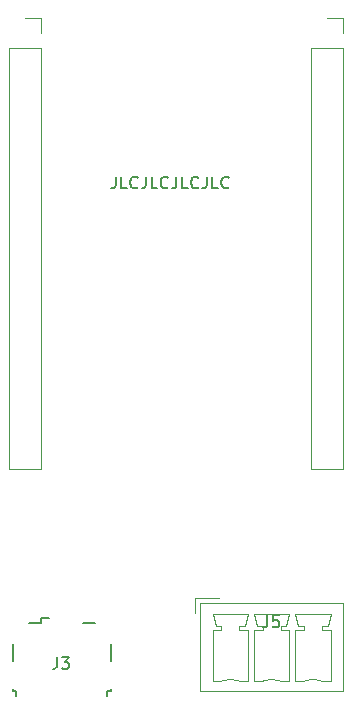
<source format=gbr>
%TF.GenerationSoftware,KiCad,Pcbnew,(5.1.9)-1*%
%TF.CreationDate,2021-02-10T21:10:38+00:00*%
%TF.ProjectId,SD_FSEQ,53445f46-5345-4512-9e6b-696361645f70,rev?*%
%TF.SameCoordinates,Original*%
%TF.FileFunction,Legend,Top*%
%TF.FilePolarity,Positive*%
%FSLAX46Y46*%
G04 Gerber Fmt 4.6, Leading zero omitted, Abs format (unit mm)*
G04 Created by KiCad (PCBNEW (5.1.9)-1) date 2021-02-10 21:10:38*
%MOMM*%
%LPD*%
G01*
G04 APERTURE LIST*
%ADD10C,0.150000*%
%ADD11C,0.120000*%
G04 APERTURE END LIST*
D10*
X123940952Y-63132380D02*
X123940952Y-63846666D01*
X123893333Y-63989523D01*
X123798095Y-64084761D01*
X123655238Y-64132380D01*
X123560000Y-64132380D01*
X124893333Y-64132380D02*
X124417142Y-64132380D01*
X124417142Y-63132380D01*
X125798095Y-64037142D02*
X125750476Y-64084761D01*
X125607619Y-64132380D01*
X125512380Y-64132380D01*
X125369523Y-64084761D01*
X125274285Y-63989523D01*
X125226666Y-63894285D01*
X125179047Y-63703809D01*
X125179047Y-63560952D01*
X125226666Y-63370476D01*
X125274285Y-63275238D01*
X125369523Y-63180000D01*
X125512380Y-63132380D01*
X125607619Y-63132380D01*
X125750476Y-63180000D01*
X125798095Y-63227619D01*
X126512380Y-63132380D02*
X126512380Y-63846666D01*
X126464761Y-63989523D01*
X126369523Y-64084761D01*
X126226666Y-64132380D01*
X126131428Y-64132380D01*
X127464761Y-64132380D02*
X126988571Y-64132380D01*
X126988571Y-63132380D01*
X128369523Y-64037142D02*
X128321904Y-64084761D01*
X128179047Y-64132380D01*
X128083809Y-64132380D01*
X127940952Y-64084761D01*
X127845714Y-63989523D01*
X127798095Y-63894285D01*
X127750476Y-63703809D01*
X127750476Y-63560952D01*
X127798095Y-63370476D01*
X127845714Y-63275238D01*
X127940952Y-63180000D01*
X128083809Y-63132380D01*
X128179047Y-63132380D01*
X128321904Y-63180000D01*
X128369523Y-63227619D01*
X129083809Y-63132380D02*
X129083809Y-63846666D01*
X129036190Y-63989523D01*
X128940952Y-64084761D01*
X128798095Y-64132380D01*
X128702857Y-64132380D01*
X130036190Y-64132380D02*
X129560000Y-64132380D01*
X129560000Y-63132380D01*
X130940952Y-64037142D02*
X130893333Y-64084761D01*
X130750476Y-64132380D01*
X130655238Y-64132380D01*
X130512380Y-64084761D01*
X130417142Y-63989523D01*
X130369523Y-63894285D01*
X130321904Y-63703809D01*
X130321904Y-63560952D01*
X130369523Y-63370476D01*
X130417142Y-63275238D01*
X130512380Y-63180000D01*
X130655238Y-63132380D01*
X130750476Y-63132380D01*
X130893333Y-63180000D01*
X130940952Y-63227619D01*
X131655238Y-63132380D02*
X131655238Y-63846666D01*
X131607619Y-63989523D01*
X131512380Y-64084761D01*
X131369523Y-64132380D01*
X131274285Y-64132380D01*
X132607619Y-64132380D02*
X132131428Y-64132380D01*
X132131428Y-63132380D01*
X133512380Y-64037142D02*
X133464761Y-64084761D01*
X133321904Y-64132380D01*
X133226666Y-64132380D01*
X133083809Y-64084761D01*
X132988571Y-63989523D01*
X132940952Y-63894285D01*
X132893333Y-63703809D01*
X132893333Y-63560952D01*
X132940952Y-63370476D01*
X132988571Y-63275238D01*
X133083809Y-63180000D01*
X133226666Y-63132380D01*
X133321904Y-63132380D01*
X133464761Y-63180000D01*
X133512380Y-63227619D01*
%TO.C,J3*%
X121180000Y-100960000D02*
X122180000Y-100960000D01*
X117580000Y-100960000D02*
X116580000Y-100960000D01*
X117580000Y-100535000D02*
X117580000Y-100960000D01*
X118305000Y-100535000D02*
X117580000Y-100535000D01*
X123530000Y-104110000D02*
X123530000Y-102710000D01*
X123530000Y-106660000D02*
X123530000Y-106510000D01*
X123230000Y-106660000D02*
X123530000Y-106660000D01*
X123230000Y-107110000D02*
X123230000Y-106660000D01*
X115530000Y-106660000D02*
X115530000Y-107110000D01*
X115230000Y-106660000D02*
X115530000Y-106660000D01*
X115230000Y-106510000D02*
X115230000Y-106660000D01*
X115230000Y-102710000D02*
X115230000Y-104110000D01*
D11*
%TO.C,J5*%
X130700000Y-98840000D02*
X132700000Y-98840000D01*
X130700000Y-100090000D02*
X130700000Y-98840000D01*
X142150000Y-105840000D02*
X141400000Y-105840000D01*
X142150000Y-101540000D02*
X142150000Y-105840000D01*
X141400000Y-101540000D02*
X142150000Y-101540000D01*
X141400000Y-101190000D02*
X141400000Y-101540000D01*
X141900000Y-101190000D02*
X141400000Y-101190000D01*
X142150000Y-100190000D02*
X141900000Y-101190000D01*
X139150000Y-100190000D02*
X142150000Y-100190000D01*
X139400000Y-101190000D02*
X139150000Y-100190000D01*
X139900000Y-101190000D02*
X139400000Y-101190000D01*
X139900000Y-101540000D02*
X139900000Y-101190000D01*
X139150000Y-101540000D02*
X139900000Y-101540000D01*
X139150000Y-105840000D02*
X139150000Y-101540000D01*
X139900000Y-105840000D02*
X139150000Y-105840000D01*
X138650000Y-105840000D02*
X137900000Y-105840000D01*
X138650000Y-101540000D02*
X138650000Y-105840000D01*
X137900000Y-101540000D02*
X138650000Y-101540000D01*
X137900000Y-101190000D02*
X137900000Y-101540000D01*
X138400000Y-101190000D02*
X137900000Y-101190000D01*
X138650000Y-100190000D02*
X138400000Y-101190000D01*
X135650000Y-100190000D02*
X138650000Y-100190000D01*
X135900000Y-101190000D02*
X135650000Y-100190000D01*
X136400000Y-101190000D02*
X135900000Y-101190000D01*
X136400000Y-101540000D02*
X136400000Y-101190000D01*
X135650000Y-101540000D02*
X136400000Y-101540000D01*
X135650000Y-105840000D02*
X135650000Y-101540000D01*
X136400000Y-105840000D02*
X135650000Y-105840000D01*
X135150000Y-105840000D02*
X134400000Y-105840000D01*
X135150000Y-101540000D02*
X135150000Y-105840000D01*
X134400000Y-101540000D02*
X135150000Y-101540000D01*
X134400000Y-101190000D02*
X134400000Y-101540000D01*
X134900000Y-101190000D02*
X134400000Y-101190000D01*
X135150000Y-100190000D02*
X134900000Y-101190000D01*
X132150000Y-100190000D02*
X135150000Y-100190000D01*
X132400000Y-101190000D02*
X132150000Y-100190000D01*
X132900000Y-101190000D02*
X132400000Y-101190000D01*
X132900000Y-101540000D02*
X132900000Y-101190000D01*
X132150000Y-101540000D02*
X132900000Y-101540000D01*
X132150000Y-105840000D02*
X132150000Y-101540000D01*
X132900000Y-105840000D02*
X132150000Y-105840000D01*
X143210000Y-99230000D02*
X131090000Y-99230000D01*
X143210000Y-106700000D02*
X143210000Y-99230000D01*
X131090000Y-106700000D02*
X143210000Y-106700000D01*
X131090000Y-99230000D02*
X131090000Y-106700000D01*
X141399647Y-105839845D02*
G75*
G03*
X139900000Y-105840000I-749647J-1700155D01*
G01*
X137899647Y-105839845D02*
G75*
G03*
X136400000Y-105840000I-749647J-1700155D01*
G01*
X134399647Y-105839845D02*
G75*
G03*
X132900000Y-105840000I-749647J-1700155D01*
G01*
%TO.C,J4*%
X141850000Y-49670000D02*
X143180000Y-49670000D01*
X143180000Y-49670000D02*
X143180000Y-51000000D01*
X143180000Y-52270000D02*
X143180000Y-87890000D01*
X140520000Y-87890000D02*
X143180000Y-87890000D01*
X140520000Y-52270000D02*
X140520000Y-87890000D01*
X140520000Y-52270000D02*
X143180000Y-52270000D01*
%TO.C,J1*%
X116250000Y-49670000D02*
X117580000Y-49670000D01*
X117580000Y-49670000D02*
X117580000Y-51000000D01*
X117580000Y-52270000D02*
X117580000Y-87890000D01*
X114920000Y-87890000D02*
X117580000Y-87890000D01*
X114920000Y-52270000D02*
X114920000Y-87890000D01*
X114920000Y-52270000D02*
X117580000Y-52270000D01*
%TO.C,J3*%
D10*
X118986666Y-103812380D02*
X118986666Y-104526666D01*
X118939047Y-104669523D01*
X118843809Y-104764761D01*
X118700952Y-104812380D01*
X118605714Y-104812380D01*
X119367619Y-103812380D02*
X119986666Y-103812380D01*
X119653333Y-104193333D01*
X119796190Y-104193333D01*
X119891428Y-104240952D01*
X119939047Y-104288571D01*
X119986666Y-104383809D01*
X119986666Y-104621904D01*
X119939047Y-104717142D01*
X119891428Y-104764761D01*
X119796190Y-104812380D01*
X119510476Y-104812380D01*
X119415238Y-104764761D01*
X119367619Y-104717142D01*
%TO.C,J5*%
X136796666Y-100282380D02*
X136796666Y-100996666D01*
X136749047Y-101139523D01*
X136653809Y-101234761D01*
X136510952Y-101282380D01*
X136415714Y-101282380D01*
X137749047Y-100282380D02*
X137272857Y-100282380D01*
X137225238Y-100758571D01*
X137272857Y-100710952D01*
X137368095Y-100663333D01*
X137606190Y-100663333D01*
X137701428Y-100710952D01*
X137749047Y-100758571D01*
X137796666Y-100853809D01*
X137796666Y-101091904D01*
X137749047Y-101187142D01*
X137701428Y-101234761D01*
X137606190Y-101282380D01*
X137368095Y-101282380D01*
X137272857Y-101234761D01*
X137225238Y-101187142D01*
%TD*%
M02*

</source>
